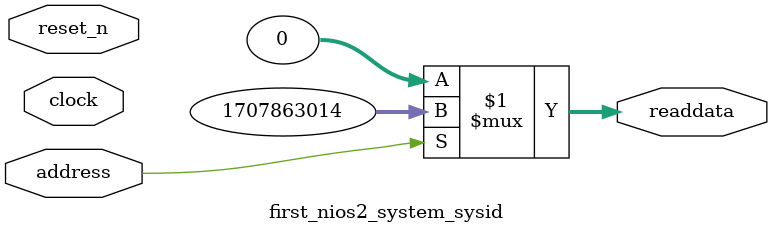
<source format=v>



// synthesis translate_off
`timescale 1ns / 1ps
// synthesis translate_on

// turn off superfluous verilog processor warnings 
// altera message_level Level1 
// altera message_off 10034 10035 10036 10037 10230 10240 10030 

module first_nios2_system_sysid (
               // inputs:
                address,
                clock,
                reset_n,

               // outputs:
                readdata
             )
;

  output  [ 31: 0] readdata;
  input            address;
  input            clock;
  input            reset_n;

  wire    [ 31: 0] readdata;
  //control_slave, which is an e_avalon_slave
  assign readdata = address ? 1707863014 : 0;

endmodule



</source>
